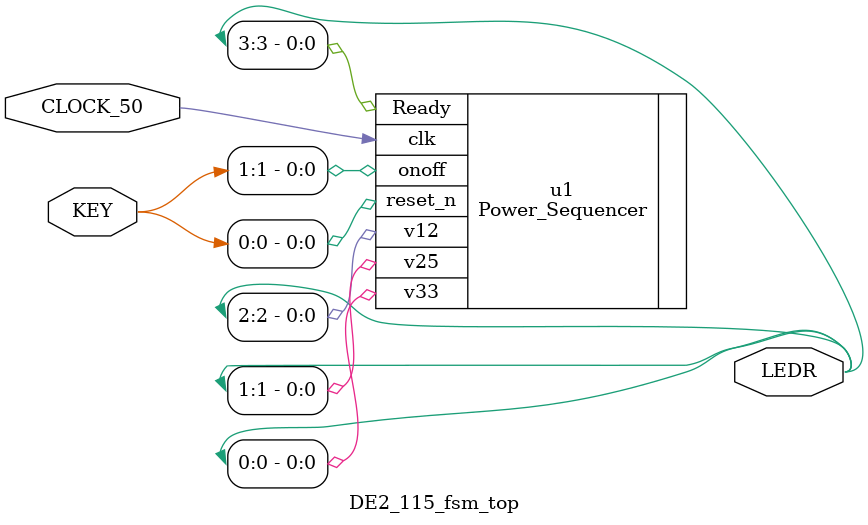
<source format=v>

module DE2_115_fsm_top(
    CLOCK_50,
    LEDR,
    KEY
);

//=======================================================
//  PORT declarations
//=======================================================
input                   CLOCK_50;
output         [3:0]    LEDR;
input          [3:0]    KEY;
//=======================================================
// Structural coding
//=======================================================

//  LowPower_Sequencer u1 (
//                      .clk(CLOCK_50),
//                      .reset_n(KEY[0]),
//                      .onoff(KEY[1]),
//                      .lowpow(KEY[2]),
//                      .lowbat(KEY[3]),
//                      .v33(LEDR[0]),
//                      .v25(LEDR[1]),
//                      .v12(LEDR[2]),
//                      .Ready(LEDR[3])
//  );

Power_Sequencer u1 (
                   .clk(CLOCK_50),
                   .reset_n(KEY[0]),
                   .onoff(KEY[1]),
                   .v33(LEDR[0]),
                   .v25(LEDR[1]),
                   .v12(LEDR[2]),
                   .Ready(LEDR[3])
);

// mealy_mac u2
// (
// 	.clk(CLOCK_50), 
// 	.data_in(KEY[1]), 
// 	.reset(KEY[0]),
// 	.data_out(LEDR[5:4])
// );

endmodule

</source>
